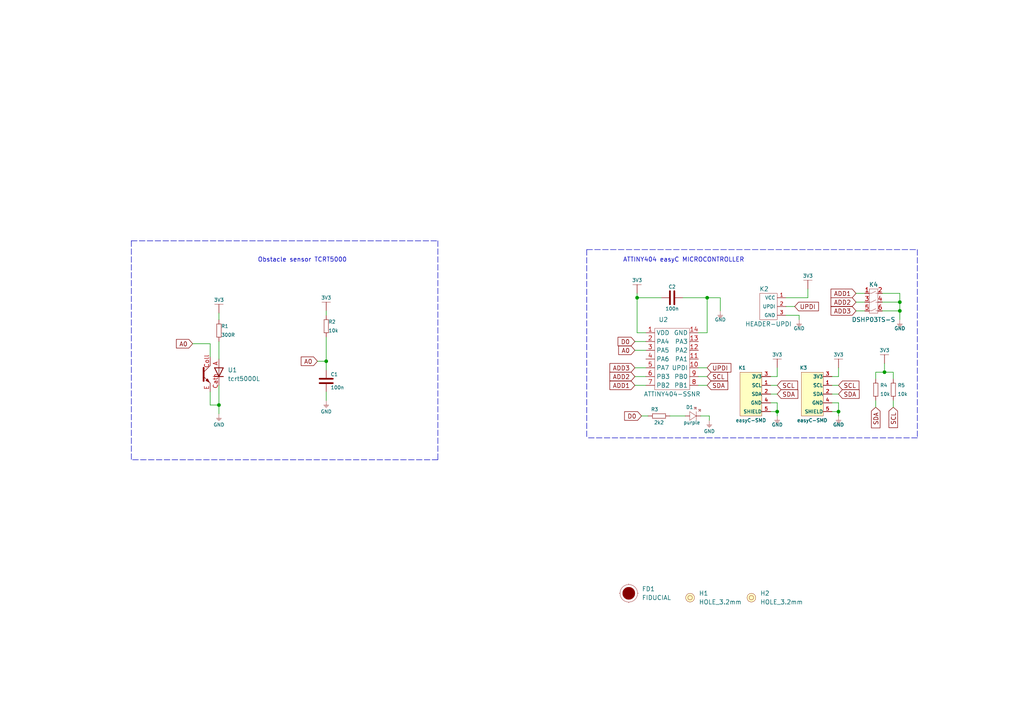
<source format=kicad_sch>
(kicad_sch (version 20211123) (generator eeschema)

  (uuid 67597db7-b6c2-4987-959f-d95685029503)

  (paper "A4")

  (title_block
    (title "Obstacle sensor with easyC")
    (date "2021-07-01")
    (rev "V1.1.1.")
    (company "SOLDERED")
    (comment 1 "333004")
  )

  (lib_symbols
    (symbol "e-radionica.com schematics:0402LED" (pin_numbers hide) (pin_names (offset 0.254) hide) (in_bom yes) (on_board yes)
      (property "Reference" "D" (id 0) (at -0.635 2.54 0)
        (effects (font (size 1 1)))
      )
      (property "Value" "0402LED" (id 1) (at 0 -2.54 0)
        (effects (font (size 1 1)))
      )
      (property "Footprint" "e-radionica.com footprinti:0402LED" (id 2) (at 0 5.08 0)
        (effects (font (size 1 1)) hide)
      )
      (property "Datasheet" "" (id 3) (at 0 0 0)
        (effects (font (size 1 1)) hide)
      )
      (property "Package" "0402" (id 4) (at 0 0 0)
        (effects (font (size 1.27 1.27)) hide)
      )
      (symbol "0402LED_0_1"
        (polyline
          (pts
            (xy -0.635 1.27)
            (xy 1.27 0)
          )
          (stroke (width 0.0006) (type default) (color 0 0 0 0))
          (fill (type none))
        )
        (polyline
          (pts
            (xy 0.635 1.905)
            (xy 1.27 2.54)
          )
          (stroke (width 0.0006) (type default) (color 0 0 0 0))
          (fill (type none))
        )
        (polyline
          (pts
            (xy 1.27 1.27)
            (xy 1.27 -1.27)
          )
          (stroke (width 0.0006) (type default) (color 0 0 0 0))
          (fill (type none))
        )
        (polyline
          (pts
            (xy 1.905 1.27)
            (xy 2.54 1.905)
          )
          (stroke (width 0.0006) (type default) (color 0 0 0 0))
          (fill (type none))
        )
        (polyline
          (pts
            (xy -0.635 1.27)
            (xy -0.635 -1.27)
            (xy 1.27 0)
          )
          (stroke (width 0.0006) (type default) (color 0 0 0 0))
          (fill (type none))
        )
        (polyline
          (pts
            (xy 1.27 2.54)
            (xy 0.635 2.54)
            (xy 1.27 1.905)
            (xy 1.27 2.54)
          )
          (stroke (width 0.0006) (type default) (color 0 0 0 0))
          (fill (type none))
        )
        (polyline
          (pts
            (xy 2.54 1.905)
            (xy 1.905 1.905)
            (xy 2.54 1.27)
            (xy 2.54 1.905)
          )
          (stroke (width 0.0006) (type default) (color 0 0 0 0))
          (fill (type none))
        )
      )
      (symbol "0402LED_1_1"
        (pin passive line (at -1.905 0 0) (length 1.27)
          (name "A" (effects (font (size 1.27 1.27))))
          (number "1" (effects (font (size 1.27 1.27))))
        )
        (pin passive line (at 2.54 0 180) (length 1.27)
          (name "K" (effects (font (size 1.27 1.27))))
          (number "2" (effects (font (size 1.27 1.27))))
        )
      )
    )
    (symbol "e-radionica.com schematics:0402R" (pin_numbers hide) (pin_names (offset 0.254)) (in_bom yes) (on_board yes)
      (property "Reference" "R" (id 0) (at -1.905 1.27 0)
        (effects (font (size 1 1)))
      )
      (property "Value" "0402R" (id 1) (at 0 -1.27 0)
        (effects (font (size 1 1)))
      )
      (property "Footprint" "e-radionica.com footprinti:0402R" (id 2) (at -2.54 1.905 0)
        (effects (font (size 1 1)) hide)
      )
      (property "Datasheet" "" (id 3) (at -2.54 1.905 0)
        (effects (font (size 1 1)) hide)
      )
      (symbol "0402R_0_1"
        (rectangle (start -1.905 -0.635) (end 1.905 -0.6604)
          (stroke (width 0.1) (type default) (color 0 0 0 0))
          (fill (type none))
        )
        (rectangle (start -1.905 0.635) (end -1.8796 -0.635)
          (stroke (width 0.1) (type default) (color 0 0 0 0))
          (fill (type none))
        )
        (rectangle (start -1.905 0.635) (end 1.905 0.6096)
          (stroke (width 0.1) (type default) (color 0 0 0 0))
          (fill (type none))
        )
        (rectangle (start 1.905 0.635) (end 1.9304 -0.635)
          (stroke (width 0.1) (type default) (color 0 0 0 0))
          (fill (type none))
        )
      )
      (symbol "0402R_1_1"
        (pin passive line (at -3.175 0 0) (length 1.27)
          (name "~" (effects (font (size 1.27 1.27))))
          (number "1" (effects (font (size 1.27 1.27))))
        )
        (pin passive line (at 3.175 0 180) (length 1.27)
          (name "~" (effects (font (size 1.27 1.27))))
          (number "2" (effects (font (size 1.27 1.27))))
        )
      )
    )
    (symbol "e-radionica.com schematics:0603C" (pin_numbers hide) (pin_names (offset 0.002)) (in_bom yes) (on_board yes)
      (property "Reference" "C" (id 0) (at -0.635 3.175 0)
        (effects (font (size 1 1)))
      )
      (property "Value" "0603C" (id 1) (at 0 -3.175 0)
        (effects (font (size 1 1)))
      )
      (property "Footprint" "e-radionica.com footprinti:0603C" (id 2) (at 0 0 0)
        (effects (font (size 1 1)) hide)
      )
      (property "Datasheet" "" (id 3) (at 0 0 0)
        (effects (font (size 1 1)) hide)
      )
      (symbol "0603C_0_1"
        (polyline
          (pts
            (xy -0.635 1.905)
            (xy -0.635 -1.905)
          )
          (stroke (width 0.5) (type default) (color 0 0 0 0))
          (fill (type none))
        )
        (polyline
          (pts
            (xy 0.635 1.905)
            (xy 0.635 -1.905)
          )
          (stroke (width 0.5) (type default) (color 0 0 0 0))
          (fill (type none))
        )
      )
      (symbol "0603C_1_1"
        (pin passive line (at -3.175 0 0) (length 2.54)
          (name "~" (effects (font (size 1.27 1.27))))
          (number "1" (effects (font (size 1.27 1.27))))
        )
        (pin passive line (at 3.175 0 180) (length 2.54)
          (name "~" (effects (font (size 1.27 1.27))))
          (number "2" (effects (font (size 1.27 1.27))))
        )
      )
    )
    (symbol "e-radionica.com schematics:0603R" (pin_numbers hide) (pin_names (offset 0.254)) (in_bom yes) (on_board yes)
      (property "Reference" "R" (id 0) (at -1.905 1.905 0)
        (effects (font (size 1 1)))
      )
      (property "Value" "0603R" (id 1) (at 0 -1.905 0)
        (effects (font (size 1 1)))
      )
      (property "Footprint" "e-radionica.com footprinti:0603R" (id 2) (at -0.635 1.905 0)
        (effects (font (size 1 1)) hide)
      )
      (property "Datasheet" "" (id 3) (at -0.635 1.905 0)
        (effects (font (size 1 1)) hide)
      )
      (symbol "0603R_0_1"
        (rectangle (start -1.905 -0.635) (end 1.905 -0.6604)
          (stroke (width 0.1) (type default) (color 0 0 0 0))
          (fill (type none))
        )
        (rectangle (start -1.905 0.635) (end -1.8796 -0.635)
          (stroke (width 0.1) (type default) (color 0 0 0 0))
          (fill (type none))
        )
        (rectangle (start -1.905 0.635) (end 1.905 0.6096)
          (stroke (width 0.1) (type default) (color 0 0 0 0))
          (fill (type none))
        )
        (rectangle (start 1.905 0.635) (end 1.9304 -0.635)
          (stroke (width 0.1) (type default) (color 0 0 0 0))
          (fill (type none))
        )
      )
      (symbol "0603R_1_1"
        (pin passive line (at -3.175 0 0) (length 1.27)
          (name "~" (effects (font (size 1.27 1.27))))
          (number "1" (effects (font (size 1.27 1.27))))
        )
        (pin passive line (at 3.175 0 180) (length 1.27)
          (name "~" (effects (font (size 1.27 1.27))))
          (number "2" (effects (font (size 1.27 1.27))))
        )
      )
    )
    (symbol "e-radionica.com schematics:3V3" (power) (pin_names (offset 0)) (in_bom yes) (on_board yes)
      (property "Reference" "#PWR" (id 0) (at 4.445 0 0)
        (effects (font (size 1 1)) hide)
      )
      (property "Value" "3V3" (id 1) (at 0 3.556 0)
        (effects (font (size 1 1)))
      )
      (property "Footprint" "" (id 2) (at 4.445 3.81 0)
        (effects (font (size 1 1)) hide)
      )
      (property "Datasheet" "" (id 3) (at 4.445 3.81 0)
        (effects (font (size 1 1)) hide)
      )
      (property "ki_keywords" "power-flag" (id 4) (at 0 0 0)
        (effects (font (size 1.27 1.27)) hide)
      )
      (property "ki_description" "Power symbol creates a global label with name \"+3V3\"" (id 5) (at 0 0 0)
        (effects (font (size 1.27 1.27)) hide)
      )
      (symbol "3V3_0_1"
        (polyline
          (pts
            (xy -1.27 2.54)
            (xy 1.27 2.54)
          )
          (stroke (width 0.0006) (type default) (color 0 0 0 0))
          (fill (type none))
        )
        (polyline
          (pts
            (xy 0 0)
            (xy 0 2.54)
          )
          (stroke (width 0) (type default) (color 0 0 0 0))
          (fill (type none))
        )
      )
      (symbol "3V3_1_1"
        (pin power_in line (at 0 0 90) (length 0) hide
          (name "3V3" (effects (font (size 1.27 1.27))))
          (number "1" (effects (font (size 1.27 1.27))))
        )
      )
    )
    (symbol "e-radionica.com schematics:ATTINY404-SSNR" (in_bom yes) (on_board yes)
      (property "Reference" "U" (id 0) (at -5.08 10.16 0)
        (effects (font (size 1.27 1.27)))
      )
      (property "Value" "ATTINY404-SSNR" (id 1) (at 0 -10.16 0)
        (effects (font (size 1.27 1.27)))
      )
      (property "Footprint" "e-radionica.com footprinti:SOIC-14" (id 2) (at 0 -11.43 0)
        (effects (font (size 1.27 1.27)) hide)
      )
      (property "Datasheet" "" (id 3) (at 0 -2.54 0)
        (effects (font (size 1.27 1.27)) hide)
      )
      (symbol "ATTINY404-SSNR_0_1"
        (rectangle (start -5.08 8.89) (end 5.08 -8.89)
          (stroke (width 0.0006) (type default) (color 0 0 0 0))
          (fill (type none))
        )
      )
      (symbol "ATTINY404-SSNR_1_1"
        (pin power_in line (at -7.62 7.62 0) (length 2.54)
          (name "VDD" (effects (font (size 1.27 1.27))))
          (number "1" (effects (font (size 1.27 1.27))))
        )
        (pin bidirectional line (at 7.62 -2.54 180) (length 2.54)
          (name "UPDI" (effects (font (size 1.27 1.27))))
          (number "10" (effects (font (size 1.27 1.27))))
        )
        (pin bidirectional line (at 7.62 0 180) (length 2.54)
          (name "PA1" (effects (font (size 1.27 1.27))))
          (number "11" (effects (font (size 1.27 1.27))))
        )
        (pin bidirectional line (at 7.62 2.54 180) (length 2.54)
          (name "PA2" (effects (font (size 1.27 1.27))))
          (number "12" (effects (font (size 1.27 1.27))))
        )
        (pin bidirectional line (at 7.62 5.08 180) (length 2.54)
          (name "PA3" (effects (font (size 1.27 1.27))))
          (number "13" (effects (font (size 1.27 1.27))))
        )
        (pin power_in line (at 7.62 7.62 180) (length 2.54)
          (name "GND" (effects (font (size 1.27 1.27))))
          (number "14" (effects (font (size 1.27 1.27))))
        )
        (pin bidirectional line (at -7.62 5.08 0) (length 2.54)
          (name "PA4" (effects (font (size 1.27 1.27))))
          (number "2" (effects (font (size 1.27 1.27))))
        )
        (pin bidirectional line (at -7.62 2.54 0) (length 2.54)
          (name "PA5" (effects (font (size 1.27 1.27))))
          (number "3" (effects (font (size 1.27 1.27))))
        )
        (pin bidirectional line (at -7.62 0 0) (length 2.54)
          (name "PA6" (effects (font (size 1.27 1.27))))
          (number "4" (effects (font (size 1.27 1.27))))
        )
        (pin bidirectional line (at -7.62 -2.54 0) (length 2.54)
          (name "PA7" (effects (font (size 1.27 1.27))))
          (number "5" (effects (font (size 1.27 1.27))))
        )
        (pin bidirectional line (at -7.62 -5.08 0) (length 2.54)
          (name "PB3" (effects (font (size 1.27 1.27))))
          (number "6" (effects (font (size 1.27 1.27))))
        )
        (pin bidirectional line (at -7.62 -7.62 0) (length 2.54)
          (name "PB2" (effects (font (size 1.27 1.27))))
          (number "7" (effects (font (size 1.27 1.27))))
        )
        (pin bidirectional line (at 7.62 -7.62 180) (length 2.54)
          (name "PB1" (effects (font (size 1.27 1.27))))
          (number "8" (effects (font (size 1.27 1.27))))
        )
        (pin bidirectional line (at 7.62 -5.08 180) (length 2.54)
          (name "PB0" (effects (font (size 1.27 1.27))))
          (number "9" (effects (font (size 1.27 1.27))))
        )
      )
    )
    (symbol "e-radionica.com schematics:DSHP03TS-S" (in_bom yes) (on_board yes)
      (property "Reference" "K" (id 0) (at 0 5.08 0)
        (effects (font (size 1.27 1.27)))
      )
      (property "Value" "DSHP03TS-S" (id 1) (at 0 -5.08 0)
        (effects (font (size 1.27 1.27)))
      )
      (property "Footprint" "e-radionica.com footprinti:DSHP03TS-S" (id 2) (at -1.27 -7.62 0)
        (effects (font (size 1.27 1.27)) hide)
      )
      (property "Datasheet" "" (id 3) (at 0 0 0)
        (effects (font (size 1.27 1.27)) hide)
      )
      (property "ki_keywords" "DIP SW SWITCH " (id 4) (at 0 0 0)
        (effects (font (size 1.27 1.27)) hide)
      )
      (symbol "DSHP03TS-S_0_1"
        (rectangle (start -1.27 3.81) (end 1.27 -3.175)
          (stroke (width 0.0006) (type default) (color 0 0 0 0))
          (fill (type none))
        )
        (polyline
          (pts
            (xy 1.27 -2.54)
            (xy 0.635 -2.54)
          )
          (stroke (width 0.0006) (type default) (color 0 0 0 0))
          (fill (type none))
        )
        (polyline
          (pts
            (xy 1.27 0)
            (xy 0.635 0)
          )
          (stroke (width 0.0006) (type default) (color 0 0 0 0))
          (fill (type none))
        )
        (polyline
          (pts
            (xy 1.27 2.54)
            (xy 0.635 2.54)
          )
          (stroke (width 0.0006) (type default) (color 0 0 0 0))
          (fill (type none))
        )
        (polyline
          (pts
            (xy -1.27 -2.54)
            (xy -0.635 -2.54)
            (xy 0.635 -1.905)
          )
          (stroke (width 0.0006) (type default) (color 0 0 0 0))
          (fill (type none))
        )
        (polyline
          (pts
            (xy -1.27 0)
            (xy -0.635 0)
            (xy 0.635 0.635)
          )
          (stroke (width 0.0006) (type default) (color 0 0 0 0))
          (fill (type none))
        )
        (polyline
          (pts
            (xy -1.27 2.54)
            (xy -0.635 2.54)
            (xy 0.635 3.175)
          )
          (stroke (width 0.0006) (type default) (color 0 0 0 0))
          (fill (type none))
        )
      )
      (symbol "DSHP03TS-S_1_1"
        (pin bidirectional line (at -2.54 2.54 0) (length 1.27)
          (name "~" (effects (font (size 1.27 1.27))))
          (number "1" (effects (font (size 1.27 1.27))))
        )
        (pin bidirectional line (at 2.54 2.54 180) (length 1.27)
          (name "~" (effects (font (size 1.27 1.27))))
          (number "2" (effects (font (size 1.27 1.27))))
        )
        (pin bidirectional line (at -2.54 0 0) (length 1.27)
          (name "~" (effects (font (size 1.27 1.27))))
          (number "3" (effects (font (size 1.27 1.27))))
        )
        (pin bidirectional line (at 2.54 0 180) (length 1.27)
          (name "~" (effects (font (size 1.27 1.27))))
          (number "4" (effects (font (size 1.27 1.27))))
        )
        (pin bidirectional line (at -2.54 -2.54 0) (length 1.27)
          (name "~" (effects (font (size 1.27 1.27))))
          (number "5" (effects (font (size 1.27 1.27))))
        )
        (pin bidirectional line (at 2.54 -2.54 180) (length 1.27)
          (name "~" (effects (font (size 1.27 1.27))))
          (number "6" (effects (font (size 1.27 1.27))))
        )
      )
    )
    (symbol "e-radionica.com schematics:FIDUCIAL" (in_bom no) (on_board yes)
      (property "Reference" "FD" (id 0) (at 0 3.81 0)
        (effects (font (size 1.27 1.27)))
      )
      (property "Value" "FIDUCIAL" (id 1) (at 0 -3.81 0)
        (effects (font (size 1.27 1.27)))
      )
      (property "Footprint" "e-radionica.com footprinti:FIDUCIAL_23" (id 2) (at 0.254 -5.334 0)
        (effects (font (size 1.27 1.27)) hide)
      )
      (property "Datasheet" "" (id 3) (at 0 0 0)
        (effects (font (size 1.27 1.27)) hide)
      )
      (symbol "FIDUCIAL_0_1"
        (polyline
          (pts
            (xy -2.54 0)
            (xy -2.794 0)
          )
          (stroke (width 0.0006) (type default) (color 0 0 0 0))
          (fill (type none))
        )
        (polyline
          (pts
            (xy 0 -2.54)
            (xy 0 -2.794)
          )
          (stroke (width 0.0006) (type default) (color 0 0 0 0))
          (fill (type none))
        )
        (polyline
          (pts
            (xy 0 2.54)
            (xy 0 2.794)
          )
          (stroke (width 0.0006) (type default) (color 0 0 0 0))
          (fill (type none))
        )
        (polyline
          (pts
            (xy 2.54 0)
            (xy 2.794 0)
          )
          (stroke (width 0.0006) (type default) (color 0 0 0 0))
          (fill (type none))
        )
        (circle (center 0 0) (radius 1.7961)
          (stroke (width 0.001) (type default) (color 0 0 0 0))
          (fill (type outline))
        )
        (circle (center 0 0) (radius 2.54)
          (stroke (width 0.0006) (type default) (color 0 0 0 0))
          (fill (type none))
        )
      )
    )
    (symbol "e-radionica.com schematics:GND" (power) (pin_names (offset 0)) (in_bom yes) (on_board yes)
      (property "Reference" "#PWR" (id 0) (at 4.445 0 0)
        (effects (font (size 1 1)) hide)
      )
      (property "Value" "GND" (id 1) (at 0 -2.921 0)
        (effects (font (size 1 1)))
      )
      (property "Footprint" "" (id 2) (at 4.445 3.81 0)
        (effects (font (size 1 1)) hide)
      )
      (property "Datasheet" "" (id 3) (at 4.445 3.81 0)
        (effects (font (size 1 1)) hide)
      )
      (property "ki_keywords" "power-flag" (id 4) (at 0 0 0)
        (effects (font (size 1.27 1.27)) hide)
      )
      (property "ki_description" "Power symbol creates a global label with name \"+3V3\"" (id 5) (at 0 0 0)
        (effects (font (size 1.27 1.27)) hide)
      )
      (symbol "GND_0_1"
        (polyline
          (pts
            (xy -0.762 -1.27)
            (xy 0.762 -1.27)
          )
          (stroke (width 0.0006) (type default) (color 0 0 0 0))
          (fill (type none))
        )
        (polyline
          (pts
            (xy -0.635 -1.524)
            (xy 0.635 -1.524)
          )
          (stroke (width 0.0006) (type default) (color 0 0 0 0))
          (fill (type none))
        )
        (polyline
          (pts
            (xy -0.381 -1.778)
            (xy 0.381 -1.778)
          )
          (stroke (width 0.0006) (type default) (color 0 0 0 0))
          (fill (type none))
        )
        (polyline
          (pts
            (xy -0.127 -2.032)
            (xy 0.127 -2.032)
          )
          (stroke (width 0.0006) (type default) (color 0 0 0 0))
          (fill (type none))
        )
        (polyline
          (pts
            (xy 0 0)
            (xy 0 -1.27)
          )
          (stroke (width 0.0006) (type default) (color 0 0 0 0))
          (fill (type none))
        )
      )
      (symbol "GND_1_1"
        (pin power_in line (at 0 0 270) (length 0) hide
          (name "GND" (effects (font (size 1.27 1.27))))
          (number "1" (effects (font (size 1.27 1.27))))
        )
      )
    )
    (symbol "e-radionica.com schematics:HEADER-UPDI" (in_bom yes) (on_board yes)
      (property "Reference" "K" (id 0) (at -1.27 5.08 0)
        (effects (font (size 1.27 1.27)))
      )
      (property "Value" "HEADER-UPDI" (id 1) (at 0 -5.08 0)
        (effects (font (size 1.27 1.27)))
      )
      (property "Footprint" "e-radionica.com footprinti:HEADER-UPDI" (id 2) (at 2.54 -7.62 0)
        (effects (font (size 1.27 1.27)) hide)
      )
      (property "Datasheet" "" (id 3) (at 2.54 0 0)
        (effects (font (size 1.27 1.27)) hide)
      )
      (symbol "HEADER-UPDI_0_1"
        (rectangle (start -2.54 3.81) (end 2.54 -3.81)
          (stroke (width 0.0006) (type default) (color 0 0 0 0))
          (fill (type none))
        )
      )
      (symbol "HEADER-UPDI_1_1"
        (pin power_in line (at 5.08 2.54 180) (length 2.54)
          (name "VCC" (effects (font (size 1 1))))
          (number "1" (effects (font (size 1 1))))
        )
        (pin bidirectional line (at 5.08 0 180) (length 2.54)
          (name "UPDI" (effects (font (size 1 1))))
          (number "2" (effects (font (size 1 1))))
        )
        (pin power_in line (at 5.08 -2.54 180) (length 2.54)
          (name "GND" (effects (font (size 1 1))))
          (number "3" (effects (font (size 1 1))))
        )
      )
    )
    (symbol "e-radionica.com schematics:HOLE_3.2mm" (pin_numbers hide) (pin_names hide) (in_bom yes) (on_board yes)
      (property "Reference" "H" (id 0) (at 0 2.54 0)
        (effects (font (size 1.27 1.27)))
      )
      (property "Value" "HOLE_3.2mm" (id 1) (at 0 -2.54 0)
        (effects (font (size 1.27 1.27)))
      )
      (property "Footprint" "e-radionica.com footprinti:HOLE_3.2mm" (id 2) (at 0 0 0)
        (effects (font (size 1.27 1.27)) hide)
      )
      (property "Datasheet" "" (id 3) (at 0 0 0)
        (effects (font (size 1.27 1.27)) hide)
      )
      (symbol "HOLE_3.2mm_0_1"
        (circle (center 0 0) (radius 0.635)
          (stroke (width 0.0006) (type default) (color 0 0 0 0))
          (fill (type none))
        )
        (circle (center 0 0) (radius 1.27)
          (stroke (width 0.001) (type default) (color 0 0 0 0))
          (fill (type background))
        )
      )
    )
    (symbol "e-radionica.com schematics:easyC-SMD" (pin_names (offset 0.002)) (in_bom yes) (on_board yes)
      (property "Reference" "K" (id 0) (at -2.54 10.16 0)
        (effects (font (size 1 1)))
      )
      (property "Value" "easyC-SMD" (id 1) (at 0 -5.08 0)
        (effects (font (size 1 1)))
      )
      (property "Footprint" "e-radionica.com footprinti:easyC-connector" (id 2) (at 3.175 2.54 0)
        (effects (font (size 1 1)) hide)
      )
      (property "Datasheet" "" (id 3) (at 3.175 2.54 0)
        (effects (font (size 1 1)) hide)
      )
      (symbol "easyC-SMD_0_1"
        (rectangle (start -3.175 8.89) (end 3.175 -3.81)
          (stroke (width 0.001) (type default) (color 0 0 0 0))
          (fill (type background))
        )
      )
      (symbol "easyC-SMD_1_1"
        (pin passive line (at 5.715 5.08 180) (length 2.54)
          (name "SCL" (effects (font (size 1 1))))
          (number "1" (effects (font (size 1 1))))
        )
        (pin passive line (at 5.715 2.54 180) (length 2.54)
          (name "SDA" (effects (font (size 1 1))))
          (number "2" (effects (font (size 1 1))))
        )
        (pin passive line (at 5.715 7.62 180) (length 2.54)
          (name "3V3" (effects (font (size 1 1))))
          (number "3" (effects (font (size 1 1))))
        )
        (pin passive line (at 5.715 0 180) (length 2.54)
          (name "GND" (effects (font (size 1 1))))
          (number "4" (effects (font (size 1 1))))
        )
        (pin passive line (at 5.715 -2.54 180) (length 2.54)
          (name "SHIELD" (effects (font (size 1 1))))
          (number "5" (effects (font (size 1 1))))
        )
      )
    )
    (symbol "e-radionica.com schematics:tcrt5000L" (in_bom yes) (on_board yes)
      (property "Reference" "U" (id 0) (at -4.445 3.81 0)
        (effects (font (size 1.27 1.27)))
      )
      (property "Value" "tcrt5000L" (id 1) (at 0 -13.335 0)
        (effects (font (size 1.27 1.27)))
      )
      (property "Footprint" "e-radionica.com footprinti:TCRT5000L" (id 2) (at -0.635 0 0)
        (effects (font (size 1.27 1.27)) hide)
      )
      (property "Datasheet" "" (id 3) (at -0.635 0 0)
        (effects (font (size 1.27 1.27)) hide)
      )
      (symbol "tcrt5000L_0_1"
        (polyline
          (pts
            (xy -3.175 0.635)
            (xy -1.27 2.54)
          )
          (stroke (width 0) (type default) (color 0 0 0 0))
          (fill (type none))
        )
        (polyline
          (pts
            (xy 0 -0.635)
            (xy 2.54 -0.635)
          )
          (stroke (width 0.254) (type default) (color 0 0 0 0))
          (fill (type none))
        )
        (polyline
          (pts
            (xy 1.27 1.905)
            (xy 1.27 -0.635)
          )
          (stroke (width 0) (type default) (color 0 0 0 0))
          (fill (type none))
        )
        (polyline
          (pts
            (xy -3.175 -0.635)
            (xy -1.27 -2.54)
            (xy -1.27 -2.54)
          )
          (stroke (width 0) (type default) (color 0 0 0 0))
          (fill (type none))
        )
        (polyline
          (pts
            (xy -3.175 1.905)
            (xy -3.175 -1.905)
            (xy -3.175 -1.905)
          )
          (stroke (width 0.508) (type default) (color 0 0 0 0))
          (fill (type none))
        )
        (polyline
          (pts
            (xy 0 1.905)
            (xy 2.54 1.905)
            (xy 1.27 -0.635)
            (xy 0 1.905)
          )
          (stroke (width 0.254) (type default) (color 0 0 0 0))
          (fill (type none))
        )
        (polyline
          (pts
            (xy -2.54 -1.778)
            (xy -2.032 -1.27)
            (xy -1.524 -2.286)
            (xy -2.54 -1.778)
            (xy -2.54 -1.778)
          )
          (stroke (width 0) (type default) (color 0 0 0 0))
          (fill (type outline))
        )
      )
      (symbol "tcrt5000L_1_1"
        (pin passive line (at 1.27 4.445 270) (length 2.54)
          (name "" (effects (font (size 1.27 1.27))))
          (number "A" (effects (font (size 1.27 1.27))))
        )
        (pin passive line (at 1.27 -3.175 90) (length 2.54)
          (name "" (effects (font (size 1.27 1.27))))
          (number "Cath" (effects (font (size 1.27 1.27))))
        )
        (pin passive line (at -1.27 5.08 270) (length 2.54)
          (name "" (effects (font (size 1.27 1.27))))
          (number "Coll" (effects (font (size 1.27 1.27))))
        )
        (pin passive line (at -1.27 -5.08 90) (length 2.54)
          (name "" (effects (font (size 1.27 1.27))))
          (number "E" (effects (font (size 1.27 1.27))))
        )
      )
    )
  )

  (junction (at 205.105 86.36) (diameter 0.9144) (color 0 0 0 0)
    (uuid 01e9b6e7-adf9-4ee7-9447-a588630ee4a2)
  )
  (junction (at 63.5 117.475) (diameter 0.9144) (color 0 0 0 0)
    (uuid 16bd6381-8ac0-4bf2-9dce-ecc20c724b8d)
  )
  (junction (at 184.785 86.36) (diameter 0.9144) (color 0 0 0 0)
    (uuid 4f66b314-0f62-4fb6-8c3c-f9c6a75cd3ec)
  )
  (junction (at 260.985 87.63) (diameter 0.9144) (color 0 0 0 0)
    (uuid 730b670c-9bcf-4dcd-9a8d-fcaa61fb0955)
  )
  (junction (at 243.205 119.38) (diameter 0.9144) (color 0 0 0 0)
    (uuid 7d928d56-093a-4ca8-aed1-414b7e703b45)
  )
  (junction (at 256.54 107.95) (diameter 0.9144) (color 0 0 0 0)
    (uuid 8a650ebf-3f78-4ca4-a26b-a5028693e36d)
  )
  (junction (at 94.615 104.775) (diameter 0.9144) (color 0 0 0 0)
    (uuid a5cd8da1-8f7f-4f80-bb23-0317de562222)
  )
  (junction (at 260.985 90.17) (diameter 0.9144) (color 0 0 0 0)
    (uuid abe07c9a-17c3-43b5-b7a6-ae867ac27ea7)
  )
  (junction (at 225.425 119.38) (diameter 0.9144) (color 0 0 0 0)
    (uuid ca87f11b-5f48-4b57-8535-68d3ec2fe5a9)
  )

  (wire (pts (xy 60.96 117.475) (xy 63.5 117.475))
    (stroke (width 0) (type solid) (color 0 0 0 0))
    (uuid 02a87ba5-75f9-4c3a-8a08-cd532b3bf850)
  )
  (wire (pts (xy 63.5 111.76) (xy 63.5 117.475))
    (stroke (width 0) (type solid) (color 0 0 0 0))
    (uuid 05619800-0079-4a10-95de-10eb3d06399c)
  )
  (wire (pts (xy 191.77 86.36) (xy 184.785 86.36))
    (stroke (width 0) (type solid) (color 0 0 0 0))
    (uuid 0a32ace3-8cf7-493f-acad-32118bb332c4)
  )
  (wire (pts (xy 187.325 96.52) (xy 184.785 96.52))
    (stroke (width 0) (type solid) (color 0 0 0 0))
    (uuid 0b80d9c9-a2c4-4c9e-a20a-1d71e40d4219)
  )
  (wire (pts (xy 223.52 109.22) (xy 225.425 109.22))
    (stroke (width 0) (type solid) (color 0 0 0 0))
    (uuid 0ecef262-a31b-4a49-a742-3658ae229cd8)
  )
  (wire (pts (xy 184.15 106.68) (xy 187.325 106.68))
    (stroke (width 0) (type solid) (color 0 0 0 0))
    (uuid 105b0cf2-c998-4447-9a09-9527b1d62bdf)
  )
  (polyline (pts (xy 38.1 69.85) (xy 38.1 133.35))
    (stroke (width 0) (type dash) (color 0 0 0 0))
    (uuid 1347cfab-ccb3-49bc-8f56-fd94854cb476)
  )
  (polyline (pts (xy 38.1 69.85) (xy 127 69.85))
    (stroke (width 0) (type dash) (color 0 0 0 0))
    (uuid 1347cfab-ccb3-49bc-8f56-fd94854cb477)
  )
  (polyline (pts (xy 127 69.85) (xy 127 133.35))
    (stroke (width 0) (type dash) (color 0 0 0 0))
    (uuid 1347cfab-ccb3-49bc-8f56-fd94854cb478)
  )
  (polyline (pts (xy 127 133.35) (xy 38.1 133.35))
    (stroke (width 0) (type dash) (color 0 0 0 0))
    (uuid 1347cfab-ccb3-49bc-8f56-fd94854cb479)
  )

  (wire (pts (xy 259.08 109.855) (xy 259.08 107.95))
    (stroke (width 0) (type solid) (color 0 0 0 0))
    (uuid 153e2f5d-3998-4813-ae09-b156c1586ad1)
  )
  (wire (pts (xy 60.96 113.665) (xy 60.96 117.475))
    (stroke (width 0) (type solid) (color 0 0 0 0))
    (uuid 18cebb1d-f176-4ddc-a5b7-bdd5ba643264)
  )
  (polyline (pts (xy 266.065 127) (xy 170.18 127))
    (stroke (width 0) (type dash) (color 0 0 0 0))
    (uuid 1ab259f4-0729-4690-964d-c825a20ab6a3)
  )
  (polyline (pts (xy 170.18 72.39) (xy 266.065 72.39))
    (stroke (width 0) (type dash) (color 0 0 0 0))
    (uuid 1e05128a-0c3e-469a-aec9-0e2d825e8c00)
  )

  (wire (pts (xy 223.52 111.76) (xy 225.425 111.76))
    (stroke (width 0) (type solid) (color 0 0 0 0))
    (uuid 23a08108-3ccf-40a0-9be4-e4a749d1c2fc)
  )
  (wire (pts (xy 227.965 86.36) (xy 234.315 86.36))
    (stroke (width 0) (type solid) (color 0 0 0 0))
    (uuid 248c07d1-a312-4bc7-95c6-9f7767a249d3)
  )
  (wire (pts (xy 223.52 119.38) (xy 225.425 119.38))
    (stroke (width 0) (type solid) (color 0 0 0 0))
    (uuid 3481cd88-aeec-4162-a5fb-d600b1f8b98a)
  )
  (wire (pts (xy 260.985 90.17) (xy 260.985 92.71))
    (stroke (width 0) (type solid) (color 0 0 0 0))
    (uuid 375daea4-7b75-43d4-9fd0-26d78e8927ec)
  )
  (wire (pts (xy 223.52 114.3) (xy 225.425 114.3))
    (stroke (width 0) (type solid) (color 0 0 0 0))
    (uuid 3a5a6e2c-0cf2-49fb-99cd-9477af8e140e)
  )
  (polyline (pts (xy 170.18 72.39) (xy 170.18 127))
    (stroke (width 0) (type dash) (color 0 0 0 0))
    (uuid 3f2abde9-bd3e-49e1-9b6b-00bbf3538ccb)
  )

  (wire (pts (xy 63.5 117.475) (xy 63.5 120.015))
    (stroke (width 0) (type solid) (color 0 0 0 0))
    (uuid 40399ca4-8f8f-48af-b864-c8a1757729d4)
  )
  (wire (pts (xy 198.12 86.36) (xy 205.105 86.36))
    (stroke (width 0) (type solid) (color 0 0 0 0))
    (uuid 40b01331-f27d-4d70-963c-933c48c2b43a)
  )
  (wire (pts (xy 205.74 120.65) (xy 205.74 121.92))
    (stroke (width 0) (type solid) (color 0 0 0 0))
    (uuid 42d9e329-571d-41c3-8b9c-a0a396c68f67)
  )
  (wire (pts (xy 243.205 109.22) (xy 243.205 106.68))
    (stroke (width 0) (type solid) (color 0 0 0 0))
    (uuid 4bd4e7f7-d890-4fae-9358-32e38f047975)
  )
  (wire (pts (xy 248.285 90.17) (xy 250.825 90.17))
    (stroke (width 0) (type solid) (color 0 0 0 0))
    (uuid 4caec018-ac92-40f6-aded-15a5db955c6f)
  )
  (wire (pts (xy 202.565 109.22) (xy 205.105 109.22))
    (stroke (width 0) (type solid) (color 0 0 0 0))
    (uuid 4ea5c54e-abc0-49ee-8701-76ba25ff2ef0)
  )
  (wire (pts (xy 241.3 119.38) (xy 243.205 119.38))
    (stroke (width 0) (type solid) (color 0 0 0 0))
    (uuid 4fb7ea3a-17c8-4e3f-90fe-e784927b732f)
  )
  (wire (pts (xy 254 116.205) (xy 254 118.11))
    (stroke (width 0) (type solid) (color 0 0 0 0))
    (uuid 512b2bf5-09c6-4c6b-8e35-b79a63cdfa0b)
  )
  (wire (pts (xy 227.965 88.9) (xy 230.505 88.9))
    (stroke (width 0) (type solid) (color 0 0 0 0))
    (uuid 51efbede-6522-4405-9ccc-cc730abc88a3)
  )
  (wire (pts (xy 208.915 86.36) (xy 208.915 90.17))
    (stroke (width 0) (type solid) (color 0 0 0 0))
    (uuid 53c9cb01-6fc4-4a5a-96f2-674732b4c285)
  )
  (wire (pts (xy 225.425 116.84) (xy 225.425 119.38))
    (stroke (width 0) (type solid) (color 0 0 0 0))
    (uuid 55a5f31c-a6a7-4a65-b640-da22e2b4476f)
  )
  (wire (pts (xy 255.905 85.09) (xy 260.985 85.09))
    (stroke (width 0) (type solid) (color 0 0 0 0))
    (uuid 591d5b1b-c9c3-4c67-a1c7-cbc18dbd93e3)
  )
  (wire (pts (xy 223.52 116.84) (xy 225.425 116.84))
    (stroke (width 0) (type solid) (color 0 0 0 0))
    (uuid 5b2c06a6-7494-457c-bd22-560721c62f2c)
  )
  (wire (pts (xy 254 109.855) (xy 254 107.95))
    (stroke (width 0) (type solid) (color 0 0 0 0))
    (uuid 60dc9929-e176-4100-aae0-23593d3e1d42)
  )
  (wire (pts (xy 205.105 96.52) (xy 202.565 96.52))
    (stroke (width 0) (type solid) (color 0 0 0 0))
    (uuid 63026436-b6bd-4ba4-b947-ca2f2c3a8e2f)
  )
  (wire (pts (xy 225.425 119.38) (xy 225.425 120.65))
    (stroke (width 0) (type solid) (color 0 0 0 0))
    (uuid 68f96140-f48a-4105-8f09-8765439fcc25)
  )
  (wire (pts (xy 55.88 99.695) (xy 60.96 99.695))
    (stroke (width 0) (type solid) (color 0 0 0 0))
    (uuid 6f53d20f-0dc3-4b30-91f5-c92108e1c10c)
  )
  (wire (pts (xy 248.285 85.09) (xy 250.825 85.09))
    (stroke (width 0) (type solid) (color 0 0 0 0))
    (uuid 7142d14c-2884-4763-8eb8-824d98c5d34a)
  )
  (wire (pts (xy 259.08 116.205) (xy 259.08 118.11))
    (stroke (width 0) (type solid) (color 0 0 0 0))
    (uuid 738b5eb2-f5a2-45eb-a841-85a52ac0f8a7)
  )
  (wire (pts (xy 256.54 107.95) (xy 256.54 105.41))
    (stroke (width 0) (type solid) (color 0 0 0 0))
    (uuid 75f8c507-8464-401f-b09c-1d3ed0107a0d)
  )
  (wire (pts (xy 94.615 104.775) (xy 94.615 107.315))
    (stroke (width 0) (type solid) (color 0 0 0 0))
    (uuid 791563ec-2bc3-4e16-b912-936ced12ade7)
  )
  (wire (pts (xy 184.15 111.76) (xy 187.325 111.76))
    (stroke (width 0) (type solid) (color 0 0 0 0))
    (uuid 799c2952-168f-4bef-8126-e4885acd4030)
  )
  (wire (pts (xy 241.3 111.76) (xy 243.205 111.76))
    (stroke (width 0) (type solid) (color 0 0 0 0))
    (uuid 7a5cbe01-db61-4745-a579-cfdc49d7d238)
  )
  (wire (pts (xy 255.905 87.63) (xy 260.985 87.63))
    (stroke (width 0) (type solid) (color 0 0 0 0))
    (uuid 84bf53c1-aa1e-4606-9053-ddc8f99d83a7)
  )
  (wire (pts (xy 234.315 86.36) (xy 234.315 83.82))
    (stroke (width 0) (type solid) (color 0 0 0 0))
    (uuid 88cf0045-e349-41a5-b4a2-d0640ec19957)
  )
  (wire (pts (xy 203.2 120.65) (xy 205.74 120.65))
    (stroke (width 0) (type solid) (color 0 0 0 0))
    (uuid 8fb1d9dc-0263-4b02-8d8f-9c916c41b328)
  )
  (wire (pts (xy 94.615 97.79) (xy 94.615 104.775))
    (stroke (width 0) (type solid) (color 0 0 0 0))
    (uuid 944068a0-70ee-4617-b994-686ee9d3d055)
  )
  (wire (pts (xy 254 107.95) (xy 256.54 107.95))
    (stroke (width 0) (type solid) (color 0 0 0 0))
    (uuid 9459cf7a-2ad0-46df-9b04-73c1c88af61c)
  )
  (wire (pts (xy 63.5 99.06) (xy 63.5 104.14))
    (stroke (width 0) (type solid) (color 0 0 0 0))
    (uuid 94c04cc9-6668-4fa3-ad21-dc2f4c133c8a)
  )
  (wire (pts (xy 243.205 119.38) (xy 243.205 120.65))
    (stroke (width 0) (type solid) (color 0 0 0 0))
    (uuid 952c98f3-2117-43a6-8619-ae93d155414d)
  )
  (wire (pts (xy 184.785 96.52) (xy 184.785 86.36))
    (stroke (width 0) (type solid) (color 0 0 0 0))
    (uuid 9a0bd958-e773-4f8a-bf48-1179e9187d56)
  )
  (wire (pts (xy 248.285 87.63) (xy 250.825 87.63))
    (stroke (width 0) (type solid) (color 0 0 0 0))
    (uuid 9c3f72f3-d510-4087-9663-27f2aff5a8af)
  )
  (wire (pts (xy 184.15 101.6) (xy 187.325 101.6))
    (stroke (width 0) (type solid) (color 0 0 0 0))
    (uuid a0a97189-d6cb-4ea7-a3b1-36533f4f3979)
  )
  (wire (pts (xy 205.105 86.36) (xy 205.105 96.52))
    (stroke (width 0) (type solid) (color 0 0 0 0))
    (uuid a18f69a5-3a28-4ce7-9e3b-c170eaa47a71)
  )
  (wire (pts (xy 260.985 85.09) (xy 260.985 87.63))
    (stroke (width 0) (type solid) (color 0 0 0 0))
    (uuid a4c42c0e-6b1a-4381-9557-4db419410a74)
  )
  (wire (pts (xy 184.15 99.06) (xy 187.325 99.06))
    (stroke (width 0) (type solid) (color 0 0 0 0))
    (uuid a7d02cbf-4db8-40e3-8c8a-1bb558489bb1)
  )
  (wire (pts (xy 194.31 120.65) (xy 198.755 120.65))
    (stroke (width 0) (type solid) (color 0 0 0 0))
    (uuid b3db74c8-caaa-4619-925d-ff593de56089)
  )
  (wire (pts (xy 241.3 109.22) (xy 243.205 109.22))
    (stroke (width 0) (type solid) (color 0 0 0 0))
    (uuid bb5f6293-f62c-4c9d-af3e-07fd4ae42829)
  )
  (wire (pts (xy 241.3 114.3) (xy 243.205 114.3))
    (stroke (width 0) (type solid) (color 0 0 0 0))
    (uuid bca63fc7-383b-4545-a4d1-78912324c755)
  )
  (wire (pts (xy 94.615 91.44) (xy 94.615 90.17))
    (stroke (width 0) (type solid) (color 0 0 0 0))
    (uuid c094c0da-5344-43d1-9aff-0d69a7d19717)
  )
  (polyline (pts (xy 266.065 72.39) (xy 266.065 127))
    (stroke (width 0) (type dash) (color 0 0 0 0))
    (uuid c28b50da-9e0e-48c3-bf75-8f7677eb2578)
  )

  (wire (pts (xy 94.615 113.665) (xy 94.615 116.205))
    (stroke (width 0) (type solid) (color 0 0 0 0))
    (uuid c478f149-e7ea-471c-ba90-6523179ed998)
  )
  (wire (pts (xy 241.3 116.84) (xy 243.205 116.84))
    (stroke (width 0) (type solid) (color 0 0 0 0))
    (uuid c71c2cc7-67fb-4569-9d0c-beb56c9aaa0a)
  )
  (wire (pts (xy 205.105 86.36) (xy 208.915 86.36))
    (stroke (width 0) (type solid) (color 0 0 0 0))
    (uuid cc96cd07-3552-4f9b-a5fc-63c5924a25e9)
  )
  (wire (pts (xy 63.5 90.805) (xy 63.5 92.71))
    (stroke (width 0) (type solid) (color 0 0 0 0))
    (uuid cd7c3d89-3125-4d02-bcc0-ea0cc02cd367)
  )
  (wire (pts (xy 259.08 107.95) (xy 256.54 107.95))
    (stroke (width 0) (type solid) (color 0 0 0 0))
    (uuid d3776256-9ea5-4117-8951-24e7cfc61d3e)
  )
  (wire (pts (xy 186.055 120.65) (xy 187.96 120.65))
    (stroke (width 0) (type solid) (color 0 0 0 0))
    (uuid db7d6fcc-33fa-4dc6-8a7f-108ac30cfdac)
  )
  (wire (pts (xy 225.425 109.22) (xy 225.425 106.68))
    (stroke (width 0) (type solid) (color 0 0 0 0))
    (uuid dcd070b7-bee2-4180-8652-cdf2b040a996)
  )
  (wire (pts (xy 231.775 91.44) (xy 231.775 92.71))
    (stroke (width 0) (type solid) (color 0 0 0 0))
    (uuid dfa95df5-fef9-427a-a125-cc30fcdb4513)
  )
  (wire (pts (xy 60.96 99.695) (xy 60.96 103.505))
    (stroke (width 0) (type solid) (color 0 0 0 0))
    (uuid e03d7eff-d0c3-4f6d-a3a3-7068ae18e4d1)
  )
  (wire (pts (xy 184.15 109.22) (xy 187.325 109.22))
    (stroke (width 0) (type solid) (color 0 0 0 0))
    (uuid e0907ed0-bbc8-482a-9043-829b0eee76c1)
  )
  (wire (pts (xy 184.785 86.36) (xy 184.785 85.09))
    (stroke (width 0) (type solid) (color 0 0 0 0))
    (uuid e0c4e712-24ca-41d0-9b9c-0cc9c9358770)
  )
  (wire (pts (xy 255.905 90.17) (xy 260.985 90.17))
    (stroke (width 0) (type solid) (color 0 0 0 0))
    (uuid e13625d4-f5a5-420f-88be-44027a9f907e)
  )
  (wire (pts (xy 227.965 91.44) (xy 231.775 91.44))
    (stroke (width 0) (type solid) (color 0 0 0 0))
    (uuid e9c1680a-3dc5-45c2-b946-ba38f54318b1)
  )
  (wire (pts (xy 260.985 87.63) (xy 260.985 90.17))
    (stroke (width 0) (type solid) (color 0 0 0 0))
    (uuid ee90f4e7-7e29-40d0-8f48-b74914821be9)
  )
  (wire (pts (xy 92.075 104.775) (xy 94.615 104.775))
    (stroke (width 0) (type solid) (color 0 0 0 0))
    (uuid f0e3b405-a03d-482d-adb3-fe83ded3c52b)
  )
  (wire (pts (xy 202.565 111.76) (xy 205.105 111.76))
    (stroke (width 0) (type solid) (color 0 0 0 0))
    (uuid f87dbde4-ad15-481b-a00e-54f422035bf8)
  )
  (wire (pts (xy 243.205 116.84) (xy 243.205 119.38))
    (stroke (width 0) (type solid) (color 0 0 0 0))
    (uuid fa2c946f-f40b-491a-821b-a954544bb641)
  )
  (wire (pts (xy 202.565 106.68) (xy 205.105 106.68))
    (stroke (width 0) (type solid) (color 0 0 0 0))
    (uuid fb0bcc64-9ac1-46f9-93fd-e0c733df466f)
  )

  (text "Obstacle sensor TCRT5000 " (at 101.6 76.2 180)
    (effects (font (size 1.27 1.27)) (justify right bottom))
    (uuid 337b1bff-f890-4b4c-840e-b078ddf9ae6b)
  )
  (text "ATTINY404 easyC MICROCONTROLLER" (at 215.9 76.2 180)
    (effects (font (size 1.27 1.27)) (justify right bottom))
    (uuid a02619f7-02e1-4412-a0b0-d0adb5011eb0)
  )

  (global_label "UPDI" (shape input) (at 230.505 88.9 0)
    (effects (font (size 1.27 1.27)) (justify left))
    (uuid 0c230f00-386a-4f99-9fe2-ac64367f6cd5)
    (property "Intersheet References" "${INTERSHEET_REFS}" (id 0) (at 238.9173 88.8206 0)
      (effects (font (size 1.27 1.27)) (justify left) hide)
    )
  )
  (global_label "SCL" (shape input) (at 259.08 118.11 270)
    (effects (font (size 1.27 1.27)) (justify right))
    (uuid 0fb63376-1248-40ad-a804-3e5e00e75d67)
    (property "Intersheet References" "${INTERSHEET_REFS}" (id 0) (at 259.1594 125.5547 90)
      (effects (font (size 1.27 1.27)) (justify right) hide)
    )
  )
  (global_label "ADD2" (shape input) (at 184.15 109.22 180)
    (effects (font (size 1.27 1.27)) (justify right))
    (uuid 117a8aba-3b88-4936-a223-508536bdba70)
    (property "Intersheet References" "${INTERSHEET_REFS}" (id 0) (at 175.3748 109.1406 0)
      (effects (font (size 1.27 1.27)) (justify right) hide)
    )
  )
  (global_label "A0" (shape input) (at 184.15 101.6 180)
    (effects (font (size 1.27 1.27)) (justify right))
    (uuid 211c1ed0-c742-44a5-9069-ea6cbef40d65)
    (property "Intersheet References" "${INTERSHEET_REFS}" (id 0) (at 177.9148 101.5206 0)
      (effects (font (size 1.27 1.27)) (justify right) hide)
    )
  )
  (global_label "SDA" (shape input) (at 205.105 111.76 0)
    (effects (font (size 1.27 1.27)) (justify left))
    (uuid 267d16e7-336a-4230-9906-09635d084aaf)
    (property "Intersheet References" "${INTERSHEET_REFS}" (id 0) (at 212.6102 111.8394 0)
      (effects (font (size 1.27 1.27)) (justify left) hide)
    )
  )
  (global_label "SCL" (shape input) (at 243.205 111.76 0)
    (effects (font (size 1.27 1.27)) (justify left))
    (uuid 2ccffff7-4b47-426a-be16-2a8bab7883bc)
    (property "Intersheet References" "${INTERSHEET_REFS}" (id 0) (at 250.6497 111.6806 0)
      (effects (font (size 1.27 1.27)) (justify left) hide)
    )
  )
  (global_label "D0" (shape input) (at 184.15 99.06 180)
    (effects (font (size 1.27 1.27)) (justify right))
    (uuid 3311aba9-3c98-488d-b8e3-08696bee599e)
    (property "Intersheet References" "${INTERSHEET_REFS}" (id 0) (at 177.7334 98.9806 0)
      (effects (font (size 1.27 1.27)) (justify right) hide)
    )
  )
  (global_label "ADD3" (shape input) (at 248.285 90.17 180)
    (effects (font (size 1.27 1.27)) (justify right))
    (uuid 3a867357-9ade-4284-8502-316501471eeb)
    (property "Intersheet References" "${INTERSHEET_REFS}" (id 0) (at 239.5098 90.0906 0)
      (effects (font (size 1.27 1.27)) (justify right) hide)
    )
  )
  (global_label "A0" (shape input) (at 55.88 99.695 180)
    (effects (font (size 1.27 1.27)) (justify right))
    (uuid 443a591e-32c2-44fd-8f89-eec112e53871)
    (property "Intersheet References" "${INTERSHEET_REFS}" (id 0) (at 49.6448 99.6156 0)
      (effects (font (size 1.27 1.27)) (justify right) hide)
    )
  )
  (global_label "ADD2" (shape input) (at 248.285 87.63 180)
    (effects (font (size 1.27 1.27)) (justify right))
    (uuid 521e682a-01c1-41e0-bd35-145993d650f5)
    (property "Intersheet References" "${INTERSHEET_REFS}" (id 0) (at 239.5098 87.5506 0)
      (effects (font (size 1.27 1.27)) (justify right) hide)
    )
  )
  (global_label "D0" (shape input) (at 186.055 120.65 180)
    (effects (font (size 1.27 1.27)) (justify right))
    (uuid 55465947-dc2e-4584-a24a-1f161dae8b12)
    (property "Intersheet References" "${INTERSHEET_REFS}" (id 0) (at 179.6384 120.5706 0)
      (effects (font (size 1.27 1.27)) (justify right) hide)
    )
  )
  (global_label "SDA" (shape input) (at 254 118.11 270)
    (effects (font (size 1.27 1.27)) (justify right))
    (uuid 58aff45e-4dc1-4368-9d85-745d54eb002a)
    (property "Intersheet References" "${INTERSHEET_REFS}" (id 0) (at 253.9206 125.6152 90)
      (effects (font (size 1.27 1.27)) (justify right) hide)
    )
  )
  (global_label "SCL" (shape input) (at 225.425 111.76 0)
    (effects (font (size 1.27 1.27)) (justify left))
    (uuid 5b30e36b-866b-49a3-a35a-799b8ac5d6e0)
    (property "Intersheet References" "${INTERSHEET_REFS}" (id 0) (at 232.8697 111.6806 0)
      (effects (font (size 1.27 1.27)) (justify left) hide)
    )
  )
  (global_label "SDA" (shape input) (at 243.205 114.3 0)
    (effects (font (size 1.27 1.27)) (justify left))
    (uuid 8c6636fa-60b7-472c-ab8d-b53ab1183a23)
    (property "Intersheet References" "${INTERSHEET_REFS}" (id 0) (at 250.7102 114.2206 0)
      (effects (font (size 1.27 1.27)) (justify left) hide)
    )
  )
  (global_label "A0" (shape input) (at 92.075 104.775 180)
    (effects (font (size 1.27 1.27)) (justify right))
    (uuid aa1bc2f7-ef6d-4c9c-979a-cb77c7058f76)
    (property "Intersheet References" "${INTERSHEET_REFS}" (id 0) (at 85.8398 104.6956 0)
      (effects (font (size 1.27 1.27)) (justify right) hide)
    )
  )
  (global_label "ADD1" (shape input) (at 248.285 85.09 180)
    (effects (font (size 1.27 1.27)) (justify right))
    (uuid ae551570-7d80-49e0-a2f1-fade04844ec9)
    (property "Intersheet References" "${INTERSHEET_REFS}" (id 0) (at 239.5098 85.0106 0)
      (effects (font (size 1.27 1.27)) (justify right) hide)
    )
  )
  (global_label "ADD3" (shape input) (at 184.15 106.68 180)
    (effects (font (size 1.27 1.27)) (justify right))
    (uuid b8bb899b-437b-4839-bdd9-4ecec1fe81cf)
    (property "Intersheet References" "${INTERSHEET_REFS}" (id 0) (at 175.3748 106.6006 0)
      (effects (font (size 1.27 1.27)) (justify right) hide)
    )
  )
  (global_label "SDA" (shape input) (at 225.425 114.3 0)
    (effects (font (size 1.27 1.27)) (justify left))
    (uuid c9f9beae-19ef-4b63-b928-f6947a280292)
    (property "Intersheet References" "${INTERSHEET_REFS}" (id 0) (at 232.9302 114.2206 0)
      (effects (font (size 1.27 1.27)) (justify left) hide)
    )
  )
  (global_label "ADD1" (shape input) (at 184.15 111.76 180)
    (effects (font (size 1.27 1.27)) (justify right))
    (uuid dbf94dad-ca6e-481e-98bf-af1c25c972e8)
    (property "Intersheet References" "${INTERSHEET_REFS}" (id 0) (at 175.3748 111.6806 0)
      (effects (font (size 1.27 1.27)) (justify right) hide)
    )
  )
  (global_label "UPDI" (shape input) (at 205.105 106.68 0)
    (effects (font (size 1.27 1.27)) (justify left))
    (uuid e4b1f0f8-ae17-4fa6-ada4-1ab8a843009d)
    (property "Intersheet References" "${INTERSHEET_REFS}" (id 0) (at 213.5173 106.6006 0)
      (effects (font (size 1.27 1.27)) (justify left) hide)
    )
  )
  (global_label "SCL" (shape input) (at 205.105 109.22 0)
    (effects (font (size 1.27 1.27)) (justify left))
    (uuid f78d7200-7855-44ce-8631-84a4619a6ae8)
    (property "Intersheet References" "${INTERSHEET_REFS}" (id 0) (at 212.5497 109.1406 0)
      (effects (font (size 1.27 1.27)) (justify left) hide)
    )
  )

  (symbol (lib_id "e-radionica.com schematics:0603R") (at 254 113.03 90) (unit 1)
    (in_bom yes) (on_board yes)
    (uuid 021b118b-f398-4332-90b5-4761f44738d3)
    (property "Reference" "R4" (id 0) (at 255.27 111.76 90)
      (effects (font (size 1 1)) (justify right))
    )
    (property "Value" "10k" (id 1) (at 255.27 114.3 90)
      (effects (font (size 1 1)) (justify right))
    )
    (property "Footprint" "e-radionica.com footprinti:0603R" (id 2) (at 252.095 113.665 0)
      (effects (font (size 1 1)) hide)
    )
    (property "Datasheet" "" (id 3) (at 252.095 113.665 0)
      (effects (font (size 1 1)) hide)
    )
    (pin "1" (uuid a8c5e7dc-86d0-4490-9304-3baefec916c3))
    (pin "2" (uuid 84ae3df0-d605-45dc-879f-2ff4029f2dd1))
  )

  (symbol (lib_id "e-radionica.com schematics:0603C") (at 94.615 110.49 90) (unit 1)
    (in_bom yes) (on_board yes)
    (uuid 0c0e47f7-7eea-41d4-9814-963322c74dca)
    (property "Reference" "C1" (id 0) (at 95.885 108.585 90)
      (effects (font (size 1 1)) (justify right))
    )
    (property "Value" "100n" (id 1) (at 95.885 112.395 90)
      (effects (font (size 1 1)) (justify right))
    )
    (property "Footprint" "e-radionica.com footprinti:0603C" (id 2) (at 94.615 110.49 0)
      (effects (font (size 1 1)) hide)
    )
    (property "Datasheet" "" (id 3) (at 94.615 110.49 0)
      (effects (font (size 1 1)) hide)
    )
    (pin "1" (uuid c71b57b9-54a1-4a82-8a78-5c8c643c04ff))
    (pin "2" (uuid 020d3e4b-6c98-4ed9-a59e-ac9211a6601f))
  )

  (symbol (lib_id "e-radionica.com schematics:3V3") (at 243.205 106.68 0) (unit 1)
    (in_bom yes) (on_board yes)
    (uuid 1c3a858a-db23-446e-8237-0d4c8b186d13)
    (property "Reference" "#PWR012" (id 0) (at 247.65 106.68 0)
      (effects (font (size 1 1)) hide)
    )
    (property "Value" "3V3" (id 1) (at 243.205 102.87 0)
      (effects (font (size 1 1)))
    )
    (property "Footprint" "" (id 2) (at 247.65 102.87 0)
      (effects (font (size 1 1)) hide)
    )
    (property "Datasheet" "" (id 3) (at 247.65 102.87 0)
      (effects (font (size 1 1)) hide)
    )
    (pin "1" (uuid bedf355e-f64d-4d61-a1a3-673658b00ef0))
  )

  (symbol (lib_id "e-radionica.com schematics:GND") (at 231.775 92.71 0) (unit 1)
    (in_bom yes) (on_board yes)
    (uuid 1d1d281b-0429-4171-9f3c-e8bcc00d01b9)
    (property "Reference" "#PWR010" (id 0) (at 236.22 92.71 0)
      (effects (font (size 1 1)) hide)
    )
    (property "Value" "GND" (id 1) (at 231.775 95.25 0)
      (effects (font (size 1 1)))
    )
    (property "Footprint" "" (id 2) (at 236.22 88.9 0)
      (effects (font (size 1 1)) hide)
    )
    (property "Datasheet" "" (id 3) (at 236.22 88.9 0)
      (effects (font (size 1 1)) hide)
    )
    (pin "1" (uuid 2a6b0601-cc03-4ad2-b1c8-f6efd66fea6f))
  )

  (symbol (lib_id "e-radionica.com schematics:3V3") (at 63.5 90.805 0) (unit 1)
    (in_bom yes) (on_board yes)
    (uuid 2a5957db-dd2d-4f00-9559-091a66ea19d9)
    (property "Reference" "#PWR01" (id 0) (at 67.945 90.805 0)
      (effects (font (size 1 1)) hide)
    )
    (property "Value" "3V3" (id 1) (at 63.5 86.995 0)
      (effects (font (size 1 1)))
    )
    (property "Footprint" "" (id 2) (at 67.945 86.995 0)
      (effects (font (size 1 1)) hide)
    )
    (property "Datasheet" "" (id 3) (at 67.945 86.995 0)
      (effects (font (size 1 1)) hide)
    )
    (pin "1" (uuid bedf355e-f64d-4d61-a1a3-673658b00eeb))
  )

  (symbol (lib_id "e-radionica.com schematics:easyC-SMD") (at 217.805 116.84 0) (unit 1)
    (in_bom yes) (on_board yes)
    (uuid 2b1eabde-233e-46ed-af10-c2ec0883aa30)
    (property "Reference" "K1" (id 0) (at 215.265 106.68 0)
      (effects (font (size 1 1)))
    )
    (property "Value" "easyC-SMD" (id 1) (at 217.805 121.92 0)
      (effects (font (size 1 1)))
    )
    (property "Footprint" "e-radionica.com footprinti:easyC-connector" (id 2) (at 220.98 114.3 0)
      (effects (font (size 1 1)) hide)
    )
    (property "Datasheet" "" (id 3) (at 220.98 114.3 0)
      (effects (font (size 1 1)) hide)
    )
    (pin "1" (uuid 36d2425e-ae6a-4385-bc1e-7cb4531b2517))
    (pin "2" (uuid 428449c5-6f6f-4d6c-af8e-51e456895600))
    (pin "3" (uuid b80ce857-cd1a-4f22-8d5c-ff7e98922856))
    (pin "4" (uuid a8b02474-1a7d-4bf4-96ee-8fc2542ab65b))
    (pin "5" (uuid 7235f8f6-9839-4926-877c-e835fa3853b3))
  )

  (symbol (lib_id "e-radionica.com schematics:0603R") (at 259.08 113.03 90) (unit 1)
    (in_bom yes) (on_board yes)
    (uuid 2e695e08-9c87-4592-9380-901e2c35f59a)
    (property "Reference" "R5" (id 0) (at 260.35 111.76 90)
      (effects (font (size 1 1)) (justify right))
    )
    (property "Value" "10k" (id 1) (at 260.35 114.3 90)
      (effects (font (size 1 1)) (justify right))
    )
    (property "Footprint" "e-radionica.com footprinti:0603R" (id 2) (at 257.175 113.665 0)
      (effects (font (size 1 1)) hide)
    )
    (property "Datasheet" "" (id 3) (at 257.175 113.665 0)
      (effects (font (size 1 1)) hide)
    )
    (pin "1" (uuid a8c5e7dc-86d0-4490-9304-3baefec916c4))
    (pin "2" (uuid 84ae3df0-d605-45dc-879f-2ff4029f2dd2))
  )

  (symbol (lib_id "e-radionica.com schematics:GND") (at 208.915 90.17 0) (unit 1)
    (in_bom yes) (on_board yes)
    (uuid 35d0b824-ff67-417a-88f0-1067ab34b917)
    (property "Reference" "#PWR07" (id 0) (at 213.36 90.17 0)
      (effects (font (size 1 1)) hide)
    )
    (property "Value" "GND" (id 1) (at 208.915 92.71 0)
      (effects (font (size 1 1)))
    )
    (property "Footprint" "" (id 2) (at 213.36 86.36 0)
      (effects (font (size 1 1)) hide)
    )
    (property "Datasheet" "" (id 3) (at 213.36 86.36 0)
      (effects (font (size 1 1)) hide)
    )
    (pin "1" (uuid 2a6b0601-cc03-4ad2-b1c8-f6efd66fea6d))
  )

  (symbol (lib_id "e-radionica.com schematics:ATTINY404-SSNR") (at 194.945 104.14 0) (unit 1)
    (in_bom yes) (on_board yes)
    (uuid 37498803-5f7d-47e3-aa7c-37ae24636aa4)
    (property "Reference" "U2" (id 0) (at 192.405 92.71 0))
    (property "Value" "ATTINY404-SSNR" (id 1) (at 194.945 114.3 0))
    (property "Footprint" "e-radionica.com footprinti:SOIC-14" (id 2) (at 194.945 115.57 0)
      (effects (font (size 1.27 1.27)) hide)
    )
    (property "Datasheet" "" (id 3) (at 194.945 106.68 0)
      (effects (font (size 1.27 1.27)) hide)
    )
    (pin "1" (uuid a974dc11-8585-4e8f-9d18-e9709a5597e8))
    (pin "10" (uuid 507759b4-dca0-4d7f-b8a2-103da32a13bd))
    (pin "11" (uuid 89143384-240e-47a3-9a11-24c9b0b71a23))
    (pin "12" (uuid 03825985-5c0a-4f40-b150-083f575568d4))
    (pin "13" (uuid af17a8d6-dc08-4978-a95e-15d876dd2663))
    (pin "14" (uuid ee790bfb-7347-4422-bac8-fe0f09f299d0))
    (pin "2" (uuid 50f713e6-e1f6-46ad-b21b-6ad9ad12407a))
    (pin "3" (uuid e453e7e8-4622-41cd-84d6-0b7340f5cd5e))
    (pin "4" (uuid 750a6484-b119-4732-abf5-41bc0e0a6f5f))
    (pin "5" (uuid c5991a98-de7b-489f-84a0-cc8877550f87))
    (pin "6" (uuid 271368c4-a7a9-4e81-b65c-fb1c9382fbc6))
    (pin "7" (uuid abd662ef-1595-46ad-b138-95e6ab8baed8))
    (pin "8" (uuid 9525d921-b67a-4e66-ab90-8e0e6df15a20))
    (pin "9" (uuid 51feacb1-e774-4212-9807-e40295eaf579))
  )

  (symbol (lib_id "e-radionica.com schematics:0603R") (at 63.5 95.885 90) (unit 1)
    (in_bom yes) (on_board yes)
    (uuid 39d2a911-b684-48fb-b39c-0a91f512ae0c)
    (property "Reference" "R1" (id 0) (at 64.135 94.615 90)
      (effects (font (size 1 1)) (justify right))
    )
    (property "Value" "300R" (id 1) (at 64.135 97.155 90)
      (effects (font (size 1 1)) (justify right))
    )
    (property "Footprint" "e-radionica.com footprinti:0603R" (id 2) (at 61.595 96.52 0)
      (effects (font (size 1 1)) hide)
    )
    (property "Datasheet" "" (id 3) (at 61.595 96.52 0)
      (effects (font (size 1 1)) hide)
    )
    (pin "1" (uuid ac59e436-ce08-4f9f-be8d-e907e82bd897))
    (pin "2" (uuid 897ae6e7-e1c5-4b9e-80a5-1a7cf1cb45f4))
  )

  (symbol (lib_id "e-radionica.com schematics:0402R") (at 191.135 120.65 0) (unit 1)
    (in_bom yes) (on_board yes)
    (uuid 4f896af9-a3c1-4623-a1f0-3d94597892a3)
    (property "Reference" "R3" (id 0) (at 189.865 118.745 0)
      (effects (font (size 1 1)))
    )
    (property "Value" "2k2" (id 1) (at 191.135 122.555 0)
      (effects (font (size 1 1)))
    )
    (property "Footprint" "e-radionica.com footprinti:0402R" (id 2) (at 188.595 118.745 0)
      (effects (font (size 1 1)) hide)
    )
    (property "Datasheet" "" (id 3) (at 188.595 118.745 0)
      (effects (font (size 1 1)) hide)
    )
    (pin "1" (uuid d0d12dba-1085-4ae0-b015-dd6220cce864))
    (pin "2" (uuid 58f23848-bf34-47ec-820d-2348eade1830))
  )

  (symbol (lib_id "e-radionica.com schematics:3V3") (at 225.425 106.68 0) (unit 1)
    (in_bom yes) (on_board yes)
    (uuid 53b8641a-3859-4426-a5a8-461761f3fc63)
    (property "Reference" "#PWR08" (id 0) (at 229.87 106.68 0)
      (effects (font (size 1 1)) hide)
    )
    (property "Value" "3V3" (id 1) (at 225.425 102.87 0)
      (effects (font (size 1 1)))
    )
    (property "Footprint" "" (id 2) (at 229.87 102.87 0)
      (effects (font (size 1 1)) hide)
    )
    (property "Datasheet" "" (id 3) (at 229.87 102.87 0)
      (effects (font (size 1 1)) hide)
    )
    (pin "1" (uuid bedf355e-f64d-4d61-a1a3-673658b00eee))
  )

  (symbol (lib_id "e-radionica.com schematics:DSHP03TS-S") (at 253.365 87.63 0) (unit 1)
    (in_bom yes) (on_board yes)
    (uuid 682367ba-8963-40b8-a75c-b44954d60545)
    (property "Reference" "K4" (id 0) (at 253.365 82.55 0))
    (property "Value" "DSHP03TS-S" (id 1) (at 253.365 92.71 0))
    (property "Footprint" "e-radionica.com footprinti:DSHP03TS-S" (id 2) (at 252.095 95.25 0)
      (effects (font (size 1.27 1.27)) hide)
    )
    (property "Datasheet" "" (id 3) (at 253.365 87.63 0)
      (effects (font (size 1.27 1.27)) hide)
    )
    (pin "1" (uuid 818fd1bc-b765-48b3-8d3b-f55b80aa2cb4))
    (pin "2" (uuid 1122a1f7-7cf8-4900-a4fa-dc86793c437d))
    (pin "3" (uuid 513751db-15fc-444f-af77-2150b21bbdbd))
    (pin "4" (uuid da40e9d7-9111-445f-9287-78afbb22545a))
    (pin "5" (uuid 7750450b-1b31-4290-ad19-7bee25b597fd))
    (pin "6" (uuid 781f96f9-5487-40f4-8393-195d4e21e42b))
  )

  (symbol (lib_id "e-radionica.com schematics:0402LED") (at 200.66 120.65 0) (unit 1)
    (in_bom yes) (on_board yes)
    (uuid 7072e7e8-057a-4925-938a-318bcfe4ebdb)
    (property "Reference" "D1" (id 0) (at 200.025 118.11 0)
      (effects (font (size 1 1)))
    )
    (property "Value" "purple" (id 1) (at 200.66 122.555 0)
      (effects (font (size 1 1)))
    )
    (property "Footprint" "e-radionica.com footprinti:0402LED" (id 2) (at 200.66 115.57 0)
      (effects (font (size 1 1)) hide)
    )
    (property "Datasheet" "" (id 3) (at 200.66 120.65 0)
      (effects (font (size 1 1)) hide)
    )
    (property "Package" "0402" (id 4) (at 200.66 120.65 0)
      (effects (font (size 1.27 1.27)) hide)
    )
    (pin "1" (uuid 4c2ffa47-eaeb-46e8-9fe3-44dc6c150376))
    (pin "2" (uuid 590d764b-1174-4567-98d8-7fca22bfab95))
  )

  (symbol (lib_id "e-radionica.com schematics:GND") (at 260.985 92.71 0) (unit 1)
    (in_bom yes) (on_board yes)
    (uuid 71221b77-8be7-4c4b-bd51-cec2eb56ff68)
    (property "Reference" "#PWR015" (id 0) (at 265.43 92.71 0)
      (effects (font (size 1 1)) hide)
    )
    (property "Value" "GND" (id 1) (at 260.985 95.25 0)
      (effects (font (size 1 1)))
    )
    (property "Footprint" "" (id 2) (at 265.43 88.9 0)
      (effects (font (size 1 1)) hide)
    )
    (property "Datasheet" "" (id 3) (at 265.43 88.9 0)
      (effects (font (size 1 1)) hide)
    )
    (pin "1" (uuid 2a6b0601-cc03-4ad2-b1c8-f6efd66fea71))
  )

  (symbol (lib_id "e-radionica.com schematics:GND") (at 63.5 120.015 0) (unit 1)
    (in_bom yes) (on_board yes)
    (uuid 74b6cfaf-625a-4732-8aed-480e1b49f6a5)
    (property "Reference" "#PWR02" (id 0) (at 67.945 120.015 0)
      (effects (font (size 1 1)) hide)
    )
    (property "Value" "GND" (id 1) (at 63.5 123.19 0)
      (effects (font (size 1 1)))
    )
    (property "Footprint" "" (id 2) (at 67.945 116.205 0)
      (effects (font (size 1 1)) hide)
    )
    (property "Datasheet" "" (id 3) (at 67.945 116.205 0)
      (effects (font (size 1 1)) hide)
    )
    (pin "1" (uuid 1674149b-52b7-45c7-b414-3e19bb9557c5))
  )

  (symbol (lib_id "e-radionica.com schematics:0603R") (at 94.615 94.615 90) (unit 1)
    (in_bom yes) (on_board yes)
    (uuid 868df3e7-a231-4f32-97a8-7cd36431f7e3)
    (property "Reference" "R2" (id 0) (at 95.25 93.345 90)
      (effects (font (size 1 1)) (justify right))
    )
    (property "Value" "10k" (id 1) (at 95.25 95.885 90)
      (effects (font (size 1 1)) (justify right))
    )
    (property "Footprint" "e-radionica.com footprinti:0603R" (id 2) (at 92.71 95.25 0)
      (effects (font (size 1 1)) hide)
    )
    (property "Datasheet" "" (id 3) (at 92.71 95.25 0)
      (effects (font (size 1 1)) hide)
    )
    (pin "1" (uuid ac59e436-ce08-4f9f-be8d-e907e82bd898))
    (pin "2" (uuid 897ae6e7-e1c5-4b9e-80a5-1a7cf1cb45f5))
  )

  (symbol (lib_id "e-radionica.com schematics:0603C") (at 194.945 86.36 0) (unit 1)
    (in_bom yes) (on_board yes)
    (uuid 90c5da02-b430-4ff8-870c-7aee46de64f3)
    (property "Reference" "C2" (id 0) (at 194.945 83.185 0)
      (effects (font (size 1 1)))
    )
    (property "Value" "100n" (id 1) (at 194.945 89.535 0)
      (effects (font (size 1 1)))
    )
    (property "Footprint" "e-radionica.com footprinti:0603C" (id 2) (at 194.945 86.36 0)
      (effects (font (size 1 1)) hide)
    )
    (property "Datasheet" "" (id 3) (at 194.945 86.36 0)
      (effects (font (size 1 1)) hide)
    )
    (pin "1" (uuid 08acf4e0-9151-4daa-843e-9f7d092f029f))
    (pin "2" (uuid 627c54b3-95e3-40ac-b6a6-a91766d9ef4f))
  )

  (symbol (lib_id "e-radionica.com schematics:easyC-SMD") (at 235.585 116.84 0) (unit 1)
    (in_bom yes) (on_board yes)
    (uuid 91176039-1bf3-44b7-85af-090617fdba4b)
    (property "Reference" "K3" (id 0) (at 233.045 106.68 0)
      (effects (font (size 1 1)))
    )
    (property "Value" "easyC-SMD" (id 1) (at 235.585 121.92 0)
      (effects (font (size 1 1)))
    )
    (property "Footprint" "e-radionica.com footprinti:easyC-connector" (id 2) (at 238.76 114.3 0)
      (effects (font (size 1 1)) hide)
    )
    (property "Datasheet" "" (id 3) (at 238.76 114.3 0)
      (effects (font (size 1 1)) hide)
    )
    (pin "1" (uuid 36d2425e-ae6a-4385-bc1e-7cb4531b2518))
    (pin "2" (uuid 428449c5-6f6f-4d6c-af8e-51e456895601))
    (pin "3" (uuid b80ce857-cd1a-4f22-8d5c-ff7e98922857))
    (pin "4" (uuid a8b02474-1a7d-4bf4-96ee-8fc2542ab65c))
    (pin "5" (uuid 7235f8f6-9839-4926-877c-e835fa3853b4))
  )

  (symbol (lib_id "e-radionica.com schematics:FIDUCIAL") (at 182.372 172.085 0) (unit 1)
    (in_bom no) (on_board yes) (fields_autoplaced)
    (uuid 94be0ad5-b6a7-4238-a8c4-9f9d6d94cc31)
    (property "Reference" "FD1" (id 0) (at 186.182 170.8149 0)
      (effects (font (size 1.27 1.27)) (justify left))
    )
    (property "Value" "FIDUCIAL" (id 1) (at 186.182 173.3549 0)
      (effects (font (size 1.27 1.27)) (justify left))
    )
    (property "Footprint" "e-radionica.com footprinti:FIDUCIAL_23" (id 2) (at 182.626 177.419 0)
      (effects (font (size 1.27 1.27)) hide)
    )
    (property "Datasheet" "" (id 3) (at 182.372 172.085 0)
      (effects (font (size 1.27 1.27)) hide)
    )
  )

  (symbol (lib_id "e-radionica.com schematics:HOLE_3.2mm") (at 217.932 173.355 0) (unit 1)
    (in_bom yes) (on_board yes)
    (uuid 99f347ed-b1e8-4a17-a10f-780851f10fa1)
    (property "Reference" "H2" (id 0) (at 220.472 172.085 0)
      (effects (font (size 1.27 1.27)) (justify left))
    )
    (property "Value" "HOLE_3.2mm" (id 1) (at 220.472 174.625 0)
      (effects (font (size 1.27 1.27)) (justify left))
    )
    (property "Footprint" "e-radionica.com footprinti:HOLE_3.2mm" (id 2) (at 217.932 173.355 0)
      (effects (font (size 1.27 1.27)) hide)
    )
    (property "Datasheet" "" (id 3) (at 217.932 173.355 0)
      (effects (font (size 1.27 1.27)) hide)
    )
  )

  (symbol (lib_id "e-radionica.com schematics:GND") (at 94.615 116.205 0) (unit 1)
    (in_bom yes) (on_board yes)
    (uuid 9e586e94-9125-43ba-b688-48b384c82dbc)
    (property "Reference" "#PWR04" (id 0) (at 99.06 116.205 0)
      (effects (font (size 1 1)) hide)
    )
    (property "Value" "GND" (id 1) (at 94.615 119.38 0)
      (effects (font (size 1 1)))
    )
    (property "Footprint" "" (id 2) (at 99.06 112.395 0)
      (effects (font (size 1 1)) hide)
    )
    (property "Datasheet" "" (id 3) (at 99.06 112.395 0)
      (effects (font (size 1 1)) hide)
    )
    (pin "1" (uuid 1674149b-52b7-45c7-b414-3e19bb9557c6))
  )

  (symbol (lib_id "e-radionica.com schematics:HEADER-UPDI") (at 222.885 88.9 0) (unit 1)
    (in_bom yes) (on_board yes)
    (uuid a8ef869d-78bf-4aff-b8fc-686a17f66ed2)
    (property "Reference" "K2" (id 0) (at 221.615 83.82 0))
    (property "Value" "HEADER-UPDI" (id 1) (at 222.885 93.98 0))
    (property "Footprint" "e-radionica.com footprinti:HEADER-UPDI" (id 2) (at 225.425 96.52 0)
      (effects (font (size 1.27 1.27)) hide)
    )
    (property "Datasheet" "" (id 3) (at 225.425 88.9 0)
      (effects (font (size 1.27 1.27)) hide)
    )
    (pin "1" (uuid b7137da2-db9b-4e16-913d-9ce6b6bdfa2a))
    (pin "2" (uuid 31fb6899-7fe8-4ab6-8639-d05194bf0839))
    (pin "3" (uuid b0a2352a-7240-4536-ae05-87c602d03201))
  )

  (symbol (lib_id "e-radionica.com schematics:GND") (at 225.425 120.65 0) (unit 1)
    (in_bom yes) (on_board yes)
    (uuid a9a89c91-a607-487e-8c89-93fe550969ac)
    (property "Reference" "#PWR09" (id 0) (at 229.87 120.65 0)
      (effects (font (size 1 1)) hide)
    )
    (property "Value" "GND" (id 1) (at 225.425 123.19 0)
      (effects (font (size 1 1)))
    )
    (property "Footprint" "" (id 2) (at 229.87 116.84 0)
      (effects (font (size 1 1)) hide)
    )
    (property "Datasheet" "" (id 3) (at 229.87 116.84 0)
      (effects (font (size 1 1)) hide)
    )
    (pin "1" (uuid 2a6b0601-cc03-4ad2-b1c8-f6efd66fea6e))
  )

  (symbol (lib_id "e-radionica.com schematics:3V3") (at 184.785 85.09 0) (unit 1)
    (in_bom yes) (on_board yes)
    (uuid b3b54a44-e99f-4dc9-b68a-fd660df50c53)
    (property "Reference" "#PWR05" (id 0) (at 189.23 85.09 0)
      (effects (font (size 1 1)) hide)
    )
    (property "Value" "3V3" (id 1) (at 184.785 81.28 0)
      (effects (font (size 1 1)))
    )
    (property "Footprint" "" (id 2) (at 189.23 81.28 0)
      (effects (font (size 1 1)) hide)
    )
    (property "Datasheet" "" (id 3) (at 189.23 81.28 0)
      (effects (font (size 1 1)) hide)
    )
    (pin "1" (uuid bedf355e-f64d-4d61-a1a3-673658b00eed))
  )

  (symbol (lib_id "e-radionica.com schematics:3V3") (at 94.615 90.17 0) (unit 1)
    (in_bom yes) (on_board yes)
    (uuid bd6d8dc1-8946-4247-92a6-d26cc9645005)
    (property "Reference" "#PWR03" (id 0) (at 99.06 90.17 0)
      (effects (font (size 1 1)) hide)
    )
    (property "Value" "3V3" (id 1) (at 94.615 86.36 0)
      (effects (font (size 1 1)))
    )
    (property "Footprint" "" (id 2) (at 99.06 86.36 0)
      (effects (font (size 1 1)) hide)
    )
    (property "Datasheet" "" (id 3) (at 99.06 86.36 0)
      (effects (font (size 1 1)) hide)
    )
    (pin "1" (uuid bedf355e-f64d-4d61-a1a3-673658b00eec))
  )

  (symbol (lib_id "e-radionica.com schematics:GND") (at 205.74 121.92 0) (unit 1)
    (in_bom yes) (on_board yes)
    (uuid c59a6712-053c-4ae9-8b26-0b1e82b55a1d)
    (property "Reference" "#PWR06" (id 0) (at 210.185 121.92 0)
      (effects (font (size 1 1)) hide)
    )
    (property "Value" "GND" (id 1) (at 205.74 125.095 0)
      (effects (font (size 1 1)))
    )
    (property "Footprint" "" (id 2) (at 210.185 118.11 0)
      (effects (font (size 1 1)) hide)
    )
    (property "Datasheet" "" (id 3) (at 210.185 118.11 0)
      (effects (font (size 1 1)) hide)
    )
    (pin "1" (uuid 1674149b-52b7-45c7-b414-3e19bb9557c7))
  )

  (symbol (lib_id "e-radionica.com schematics:3V3") (at 256.54 105.41 0) (unit 1)
    (in_bom yes) (on_board yes)
    (uuid c61afb25-0795-47e9-bc8f-3cf4861c3666)
    (property "Reference" "#PWR014" (id 0) (at 260.985 105.41 0)
      (effects (font (size 1 1)) hide)
    )
    (property "Value" "3V3" (id 1) (at 256.54 101.6 0)
      (effects (font (size 1 1)))
    )
    (property "Footprint" "" (id 2) (at 260.985 101.6 0)
      (effects (font (size 1 1)) hide)
    )
    (property "Datasheet" "" (id 3) (at 260.985 101.6 0)
      (effects (font (size 1 1)) hide)
    )
    (pin "1" (uuid bedf355e-f64d-4d61-a1a3-673658b00ef1))
  )

  (symbol (lib_id "e-radionica.com schematics:GND") (at 243.205 120.65 0) (unit 1)
    (in_bom yes) (on_board yes)
    (uuid c86ca1cd-8734-43de-915f-e43a48f184d8)
    (property "Reference" "#PWR013" (id 0) (at 247.65 120.65 0)
      (effects (font (size 1 1)) hide)
    )
    (property "Value" "GND" (id 1) (at 243.205 123.19 0)
      (effects (font (size 1 1)))
    )
    (property "Footprint" "" (id 2) (at 247.65 116.84 0)
      (effects (font (size 1 1)) hide)
    )
    (property "Datasheet" "" (id 3) (at 247.65 116.84 0)
      (effects (font (size 1 1)) hide)
    )
    (pin "1" (uuid 2a6b0601-cc03-4ad2-b1c8-f6efd66fea70))
  )

  (symbol (lib_id "e-radionica.com schematics:tcrt5000L") (at 62.23 108.585 0) (unit 1)
    (in_bom yes) (on_board yes)
    (uuid de40c3e5-82c3-438d-9847-d8538787527d)
    (property "Reference" "U1" (id 0) (at 66.04 107.315 0)
      (effects (font (size 1.27 1.27)) (justify left))
    )
    (property "Value" "tcrt5000L" (id 1) (at 66.04 109.855 0)
      (effects (font (size 1.27 1.27)) (justify left))
    )
    (property "Footprint" "e-radionica.com footprinti:TCRT5000L" (id 2) (at 61.595 108.585 0)
      (effects (font (size 1.27 1.27)) hide)
    )
    (property "Datasheet" "" (id 3) (at 61.595 108.585 0)
      (effects (font (size 1.27 1.27)) hide)
    )
    (pin "A" (uuid a4db8241-336b-4c4e-8246-9f620c385174))
    (pin "Cath" (uuid 9821bbe4-0b9a-494d-a482-7397e07610fb))
    (pin "Coll" (uuid 967d7b94-8a15-433d-bf5b-7633f24b2357))
    (pin "E" (uuid c99e1a65-bcf1-41ac-ad37-4138f9cf4e21))
  )

  (symbol (lib_id "e-radionica.com schematics:3V3") (at 234.315 83.82 0) (unit 1)
    (in_bom yes) (on_board yes)
    (uuid e85e4583-3034-4be7-9295-42d9791880fd)
    (property "Reference" "#PWR011" (id 0) (at 238.76 83.82 0)
      (effects (font (size 1 1)) hide)
    )
    (property "Value" "3V3" (id 1) (at 234.315 80.01 0)
      (effects (font (size 1 1)))
    )
    (property "Footprint" "" (id 2) (at 238.76 80.01 0)
      (effects (font (size 1 1)) hide)
    )
    (property "Datasheet" "" (id 3) (at 238.76 80.01 0)
      (effects (font (size 1 1)) hide)
    )
    (pin "1" (uuid bedf355e-f64d-4d61-a1a3-673658b00eef))
  )

  (symbol (lib_id "e-radionica.com schematics:HOLE_3.2mm") (at 200.152 173.355 0) (unit 1)
    (in_bom yes) (on_board yes)
    (uuid f24f33c9-3ba8-4f3e-8901-c51e6fc9e46f)
    (property "Reference" "H1" (id 0) (at 202.692 172.085 0)
      (effects (font (size 1.27 1.27)) (justify left))
    )
    (property "Value" "HOLE_3.2mm" (id 1) (at 202.692 174.625 0)
      (effects (font (size 1.27 1.27)) (justify left))
    )
    (property "Footprint" "e-radionica.com footprinti:HOLE_3.2mm" (id 2) (at 200.152 173.355 0)
      (effects (font (size 1.27 1.27)) hide)
    )
    (property "Datasheet" "" (id 3) (at 200.152 173.355 0)
      (effects (font (size 1.27 1.27)) hide)
    )
  )

  (sheet_instances
    (path "/" (page "1"))
  )

  (symbol_instances
    (path "/2a5957db-dd2d-4f00-9559-091a66ea19d9"
      (reference "#PWR01") (unit 1) (value "3V3") (footprint "")
    )
    (path "/74b6cfaf-625a-4732-8aed-480e1b49f6a5"
      (reference "#PWR02") (unit 1) (value "GND") (footprint "")
    )
    (path "/bd6d8dc1-8946-4247-92a6-d26cc9645005"
      (reference "#PWR03") (unit 1) (value "3V3") (footprint "")
    )
    (path "/9e586e94-9125-43ba-b688-48b384c82dbc"
      (reference "#PWR04") (unit 1) (value "GND") (footprint "")
    )
    (path "/b3b54a44-e99f-4dc9-b68a-fd660df50c53"
      (reference "#PWR05") (unit 1) (value "3V3") (footprint "")
    )
    (path "/c59a6712-053c-4ae9-8b26-0b1e82b55a1d"
      (reference "#PWR06") (unit 1) (value "GND") (footprint "")
    )
    (path "/35d0b824-ff67-417a-88f0-1067ab34b917"
      (reference "#PWR07") (unit 1) (value "GND") (footprint "")
    )
    (path "/53b8641a-3859-4426-a5a8-461761f3fc63"
      (reference "#PWR08") (unit 1) (value "3V3") (footprint "")
    )
    (path "/a9a89c91-a607-487e-8c89-93fe550969ac"
      (reference "#PWR09") (unit 1) (value "GND") (footprint "")
    )
    (path "/1d1d281b-0429-4171-9f3c-e8bcc00d01b9"
      (reference "#PWR010") (unit 1) (value "GND") (footprint "")
    )
    (path "/e85e4583-3034-4be7-9295-42d9791880fd"
      (reference "#PWR011") (unit 1) (value "3V3") (footprint "")
    )
    (path "/1c3a858a-db23-446e-8237-0d4c8b186d13"
      (reference "#PWR012") (unit 1) (value "3V3") (footprint "")
    )
    (path "/c86ca1cd-8734-43de-915f-e43a48f184d8"
      (reference "#PWR013") (unit 1) (value "GND") (footprint "")
    )
    (path "/c61afb25-0795-47e9-bc8f-3cf4861c3666"
      (reference "#PWR014") (unit 1) (value "3V3") (footprint "")
    )
    (path "/71221b77-8be7-4c4b-bd51-cec2eb56ff68"
      (reference "#PWR015") (unit 1) (value "GND") (footprint "")
    )
    (path "/0c0e47f7-7eea-41d4-9814-963322c74dca"
      (reference "C1") (unit 1) (value "100n") (footprint "e-radionica.com footprinti:0603C")
    )
    (path "/90c5da02-b430-4ff8-870c-7aee46de64f3"
      (reference "C2") (unit 1) (value "100n") (footprint "e-radionica.com footprinti:0603C")
    )
    (path "/7072e7e8-057a-4925-938a-318bcfe4ebdb"
      (reference "D1") (unit 1) (value "purple") (footprint "e-radionica.com footprinti:0402LED")
    )
    (path "/94be0ad5-b6a7-4238-a8c4-9f9d6d94cc31"
      (reference "FD1") (unit 1) (value "FIDUCIAL") (footprint "e-radionica.com footprinti:FIDUCIAL_23")
    )
    (path "/f24f33c9-3ba8-4f3e-8901-c51e6fc9e46f"
      (reference "H1") (unit 1) (value "HOLE_3.2mm") (footprint "e-radionica.com footprinti:HOLE_3.2mm")
    )
    (path "/99f347ed-b1e8-4a17-a10f-780851f10fa1"
      (reference "H2") (unit 1) (value "HOLE_3.2mm") (footprint "e-radionica.com footprinti:HOLE_3.2mm")
    )
    (path "/2b1eabde-233e-46ed-af10-c2ec0883aa30"
      (reference "K1") (unit 1) (value "easyC-SMD") (footprint "e-radionica.com footprinti:easyC-connector")
    )
    (path "/a8ef869d-78bf-4aff-b8fc-686a17f66ed2"
      (reference "K2") (unit 1) (value "HEADER-UPDI") (footprint "e-radionica.com footprinti:HEADER-UPDI")
    )
    (path "/91176039-1bf3-44b7-85af-090617fdba4b"
      (reference "K3") (unit 1) (value "easyC-SMD") (footprint "e-radionica.com footprinti:easyC-connector")
    )
    (path "/682367ba-8963-40b8-a75c-b44954d60545"
      (reference "K4") (unit 1) (value "DSHP03TS-S") (footprint "e-radionica.com footprinti:DSHP03TS-S")
    )
    (path "/39d2a911-b684-48fb-b39c-0a91f512ae0c"
      (reference "R1") (unit 1) (value "300R") (footprint "e-radionica.com footprinti:0603R")
    )
    (path "/868df3e7-a231-4f32-97a8-7cd36431f7e3"
      (reference "R2") (unit 1) (value "10k") (footprint "e-radionica.com footprinti:0603R")
    )
    (path "/4f896af9-a3c1-4623-a1f0-3d94597892a3"
      (reference "R3") (unit 1) (value "2k2") (footprint "e-radionica.com footprinti:0402R")
    )
    (path "/021b118b-f398-4332-90b5-4761f44738d3"
      (reference "R4") (unit 1) (value "10k") (footprint "e-radionica.com footprinti:0603R")
    )
    (path "/2e695e08-9c87-4592-9380-901e2c35f59a"
      (reference "R5") (unit 1) (value "10k") (footprint "e-radionica.com footprinti:0603R")
    )
    (path "/de40c3e5-82c3-438d-9847-d8538787527d"
      (reference "U1") (unit 1) (value "tcrt5000L") (footprint "e-radionica.com footprinti:TCRT5000L")
    )
    (path "/37498803-5f7d-47e3-aa7c-37ae24636aa4"
      (reference "U2") (unit 1) (value "ATTINY404-SSNR") (footprint "e-radionica.com footprinti:SOIC-14")
    )
  )
)

</source>
